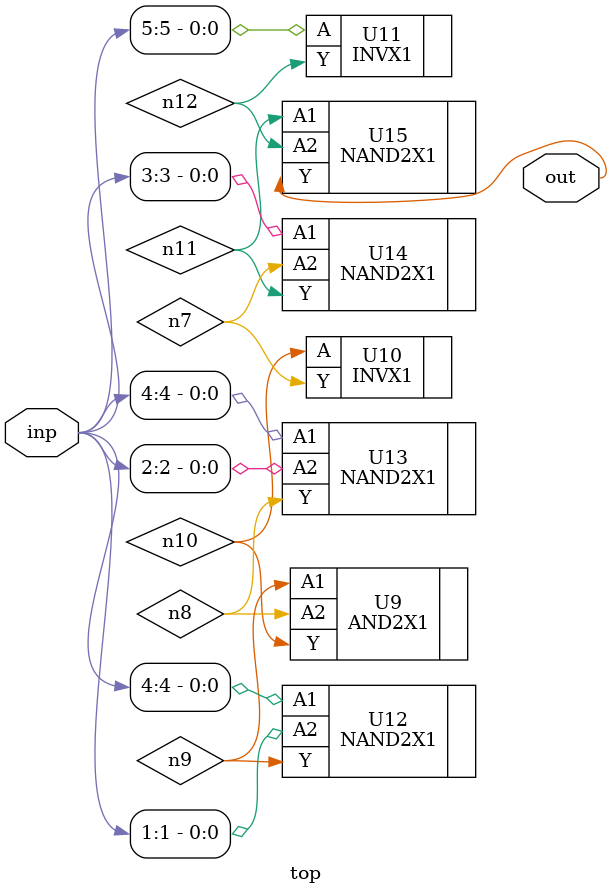
<source format=sv>


module top ( inp, out );
  input [5:0] inp;
  output out;
  wire   n7, n8, n9, n10, n11, n12;

  AND2X1 U9 ( .A1(n9), .A2(n8), .Y(n10) );
  INVX1 U10 ( .A(n10), .Y(n7) );
  INVX1 U11 ( .A(inp[5]), .Y(n12) );
  NAND2X1 U12 ( .A1(inp[4]), .A2(inp[1]), .Y(n9) );
  NAND2X1 U13 ( .A1(inp[4]), .A2(inp[2]), .Y(n8) );
  NAND2X1 U14 ( .A1(inp[3]), .A2(n7), .Y(n11) );
  NAND2X1 U15 ( .A1(n11), .A2(n12), .Y(out) );
endmodule


</source>
